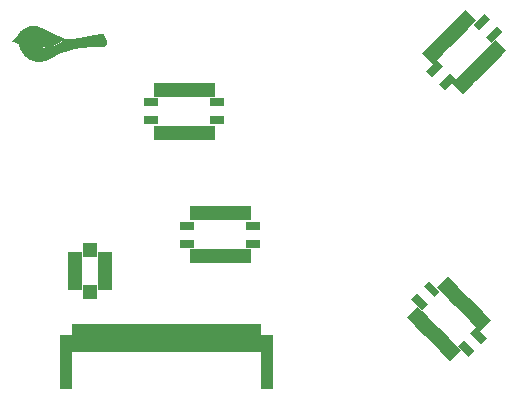
<source format=gts>
G04 #@! TF.FileFunction,Soldermask,Top*
%FSLAX46Y46*%
G04 Gerber Fmt 4.6, Leading zero omitted, Abs format (unit mm)*
G04 Created by KiCad (PCBNEW 4.0.1-stable) date Wednesday, January 27, 2016 'PMt' 03:57:36 PM*
%MOMM*%
G01*
G04 APERTURE LIST*
%ADD10C,0.100000*%
%ADD11C,0.010000*%
%ADD12R,1.000000X2.400000*%
%ADD13R,1.100000X4.600000*%
%ADD14R,0.640000X1.300000*%
%ADD15R,1.300000X0.640000*%
%ADD16R,1.300000X0.690000*%
%ADD17R,0.690000X1.300000*%
G04 APERTURE END LIST*
D10*
D11*
G36*
X133241031Y-95223103D02*
X133278866Y-95224878D01*
X133314763Y-95227950D01*
X133350412Y-95232451D01*
X133387499Y-95238512D01*
X133412537Y-95243226D01*
X133449505Y-95250873D01*
X133484770Y-95259056D01*
X133519378Y-95268108D01*
X133554376Y-95278364D01*
X133590809Y-95290156D01*
X133629722Y-95303818D01*
X133672161Y-95319684D01*
X133719173Y-95338088D01*
X133754737Y-95352406D01*
X133801958Y-95371805D01*
X133849898Y-95391943D01*
X133898959Y-95413011D01*
X133949547Y-95435199D01*
X134002066Y-95458695D01*
X134056921Y-95483689D01*
X134114514Y-95510372D01*
X134175251Y-95538932D01*
X134239536Y-95569559D01*
X134307773Y-95602442D01*
X134380365Y-95637772D01*
X134457719Y-95675737D01*
X134540236Y-95716528D01*
X134628323Y-95760333D01*
X134686085Y-95789177D01*
X134767799Y-95829964D01*
X134843732Y-95867698D01*
X134914358Y-95902596D01*
X134980149Y-95934875D01*
X135041577Y-95964752D01*
X135099115Y-95992444D01*
X135153235Y-96018167D01*
X135204409Y-96042138D01*
X135253111Y-96064575D01*
X135299811Y-96085695D01*
X135344982Y-96105714D01*
X135389097Y-96124848D01*
X135432629Y-96143316D01*
X135476049Y-96161334D01*
X135519829Y-96179119D01*
X135564443Y-96196888D01*
X135610363Y-96214857D01*
X135627542Y-96221509D01*
X135651524Y-96230793D01*
X135673788Y-96239455D01*
X135693348Y-96247109D01*
X135709219Y-96253366D01*
X135720414Y-96257840D01*
X135725784Y-96260070D01*
X135735832Y-96264573D01*
X135720698Y-96283849D01*
X135708889Y-96297902D01*
X135692920Y-96315482D01*
X135673921Y-96335449D01*
X135653023Y-96356663D01*
X135631357Y-96377986D01*
X135610055Y-96398277D01*
X135590246Y-96416397D01*
X135581681Y-96423920D01*
X135506102Y-96485039D01*
X135424352Y-96543238D01*
X135336747Y-96598375D01*
X135243601Y-96650306D01*
X135145231Y-96698886D01*
X135041952Y-96743973D01*
X134934079Y-96785422D01*
X134821928Y-96823091D01*
X134705814Y-96856835D01*
X134586054Y-96886510D01*
X134546278Y-96895281D01*
X134487253Y-96907567D01*
X134433414Y-96918013D01*
X134383205Y-96926877D01*
X134335074Y-96934413D01*
X134287469Y-96940877D01*
X134238835Y-96946526D01*
X134228778Y-96947588D01*
X134208732Y-96949185D01*
X134183512Y-96950438D01*
X134154439Y-96951348D01*
X134122833Y-96951913D01*
X134090014Y-96952134D01*
X134057303Y-96952011D01*
X134026020Y-96951543D01*
X133997485Y-96950730D01*
X133973019Y-96949572D01*
X133953941Y-96948069D01*
X133950083Y-96947629D01*
X133879587Y-96936359D01*
X133814668Y-96920777D01*
X133755314Y-96900875D01*
X133701511Y-96876642D01*
X133653246Y-96848071D01*
X133610506Y-96815152D01*
X133573275Y-96777875D01*
X133541542Y-96736233D01*
X133515292Y-96690216D01*
X133495814Y-96643556D01*
X133486564Y-96615336D01*
X133479950Y-96589790D01*
X133475611Y-96564670D01*
X133473189Y-96537726D01*
X133472323Y-96506710D01*
X133472311Y-96496690D01*
X133472506Y-96439783D01*
X133449541Y-96437430D01*
X133426577Y-96435078D01*
X133376819Y-96469010D01*
X133377261Y-96518359D01*
X133381246Y-96576590D01*
X133392027Y-96633341D01*
X133409427Y-96688195D01*
X133433267Y-96740732D01*
X133463369Y-96790536D01*
X133499554Y-96837188D01*
X133524774Y-96864155D01*
X133565410Y-96901000D01*
X133609140Y-96933371D01*
X133656472Y-96961491D01*
X133707911Y-96985584D01*
X133763966Y-97005873D01*
X133825143Y-97022584D01*
X133891948Y-97035938D01*
X133925389Y-97041113D01*
X133946455Y-97043389D01*
X133973303Y-97045185D01*
X134004675Y-97046500D01*
X134039315Y-97047334D01*
X134075966Y-97047688D01*
X134113369Y-97047562D01*
X134150269Y-97046956D01*
X134185407Y-97045870D01*
X134217526Y-97044303D01*
X134245370Y-97042257D01*
X134257000Y-97041088D01*
X134371247Y-97025915D01*
X134486379Y-97006055D01*
X134601524Y-96981770D01*
X134715809Y-96953321D01*
X134828359Y-96920969D01*
X134938303Y-96884975D01*
X135044766Y-96845600D01*
X135146876Y-96803106D01*
X135243760Y-96757754D01*
X135298608Y-96729498D01*
X135381718Y-96682751D01*
X135460658Y-96633631D01*
X135534981Y-96582487D01*
X135604241Y-96529668D01*
X135667993Y-96475522D01*
X135725791Y-96420397D01*
X135777188Y-96364643D01*
X135798880Y-96338480D01*
X135813589Y-96320572D01*
X135824647Y-96308259D01*
X135832321Y-96301267D01*
X135836878Y-96299322D01*
X135837106Y-96299373D01*
X135851682Y-96303012D01*
X135872129Y-96307139D01*
X135897296Y-96311588D01*
X135926029Y-96316193D01*
X135957174Y-96320787D01*
X135989579Y-96325204D01*
X136022091Y-96329276D01*
X136053556Y-96332837D01*
X136082821Y-96335720D01*
X136096736Y-96336893D01*
X136126996Y-96338630D01*
X136160509Y-96339311D01*
X136197721Y-96338909D01*
X136239075Y-96337398D01*
X136285017Y-96334750D01*
X136335991Y-96330938D01*
X136392441Y-96325937D01*
X136454812Y-96319719D01*
X136523548Y-96312256D01*
X136544764Y-96309853D01*
X136642696Y-96298039D01*
X136747110Y-96284253D01*
X136857726Y-96268544D01*
X136974267Y-96250962D01*
X137096454Y-96231559D01*
X137224011Y-96210386D01*
X137356657Y-96187492D01*
X137494117Y-96162928D01*
X137636110Y-96136746D01*
X137782360Y-96108995D01*
X137932588Y-96079727D01*
X138086517Y-96048991D01*
X138243867Y-96016840D01*
X138404361Y-95983322D01*
X138567721Y-95948489D01*
X138733669Y-95912392D01*
X138761972Y-95906166D01*
X138793505Y-95899268D01*
X138823573Y-95892787D01*
X138851326Y-95886899D01*
X138875913Y-95881780D01*
X138896484Y-95877607D01*
X138912186Y-95874556D01*
X138922170Y-95872804D01*
X138924250Y-95872520D01*
X138951629Y-95872603D01*
X138980597Y-95878198D01*
X139009337Y-95888640D01*
X139036032Y-95903263D01*
X139058863Y-95921400D01*
X139059577Y-95922097D01*
X139070334Y-95934458D01*
X139083559Y-95952584D01*
X139098873Y-95975782D01*
X139115898Y-96003362D01*
X139134253Y-96034633D01*
X139153562Y-96068902D01*
X139173444Y-96105479D01*
X139193521Y-96143671D01*
X139213415Y-96182789D01*
X139232747Y-96222139D01*
X139251137Y-96261031D01*
X139268208Y-96298774D01*
X139276938Y-96318888D01*
X139304418Y-96387828D01*
X139326295Y-96452753D01*
X139342564Y-96513631D01*
X139353220Y-96570428D01*
X139358258Y-96623112D01*
X139357674Y-96671650D01*
X139351462Y-96716008D01*
X139340303Y-96754355D01*
X139330721Y-96774617D01*
X139317158Y-96796530D01*
X139301359Y-96817628D01*
X139285072Y-96835441D01*
X139279089Y-96840860D01*
X139263700Y-96852771D01*
X139247081Y-96863287D01*
X139228689Y-96872518D01*
X139207978Y-96880574D01*
X139184406Y-96887565D01*
X139157427Y-96893602D01*
X139126498Y-96898794D01*
X139091074Y-96903252D01*
X139050612Y-96907086D01*
X139004567Y-96910405D01*
X138952396Y-96913321D01*
X138911903Y-96915182D01*
X138892132Y-96915961D01*
X138866304Y-96916876D01*
X138835416Y-96917897D01*
X138800464Y-96918994D01*
X138762446Y-96920137D01*
X138722357Y-96921294D01*
X138681195Y-96922437D01*
X138639956Y-96923534D01*
X138619097Y-96924070D01*
X138513132Y-96926865D01*
X138413623Y-96929728D01*
X138319971Y-96932688D01*
X138231576Y-96935774D01*
X138147840Y-96939016D01*
X138068162Y-96942444D01*
X137991944Y-96946086D01*
X137918587Y-96949972D01*
X137847491Y-96954132D01*
X137778056Y-96958595D01*
X137709683Y-96963390D01*
X137641774Y-96968548D01*
X137573729Y-96974096D01*
X137537833Y-96977168D01*
X137385425Y-96991484D01*
X137238916Y-97007501D01*
X137097314Y-97025426D01*
X136959629Y-97045462D01*
X136824869Y-97067813D01*
X136692042Y-97092686D01*
X136560156Y-97120283D01*
X136428221Y-97150811D01*
X136295244Y-97184473D01*
X136160234Y-97221474D01*
X136022199Y-97262018D01*
X135880149Y-97306311D01*
X135772181Y-97341516D01*
X135715529Y-97360415D01*
X135663101Y-97378181D01*
X135614324Y-97395079D01*
X135568627Y-97411377D01*
X135525437Y-97427340D01*
X135484184Y-97443235D01*
X135444295Y-97459327D01*
X135405199Y-97475884D01*
X135366325Y-97493170D01*
X135327099Y-97511452D01*
X135286952Y-97530997D01*
X135245310Y-97552071D01*
X135201602Y-97574939D01*
X135155257Y-97599869D01*
X135105703Y-97627125D01*
X135052368Y-97656975D01*
X134994680Y-97689684D01*
X134932068Y-97725519D01*
X134867306Y-97762815D01*
X134817113Y-97791743D01*
X134772343Y-97817450D01*
X134732339Y-97840298D01*
X134696445Y-97860648D01*
X134664006Y-97878863D01*
X134634365Y-97895303D01*
X134606866Y-97910330D01*
X134580853Y-97924307D01*
X134555670Y-97937594D01*
X134530662Y-97950554D01*
X134505172Y-97963549D01*
X134482778Y-97974820D01*
X134417461Y-98006741D01*
X134356674Y-98034702D01*
X134299369Y-98059064D01*
X134244501Y-98080188D01*
X134191022Y-98098436D01*
X134137885Y-98114169D01*
X134084043Y-98127748D01*
X134028449Y-98139537D01*
X133980975Y-98148094D01*
X133921699Y-98157475D01*
X133867114Y-98164849D01*
X133815196Y-98170377D01*
X133763926Y-98174223D01*
X133711279Y-98176550D01*
X133655234Y-98177522D01*
X133616708Y-98177509D01*
X133590120Y-98177309D01*
X133565076Y-98177051D01*
X133542670Y-98176751D01*
X133523997Y-98176426D01*
X133510149Y-98176092D01*
X133502223Y-98175767D01*
X133502056Y-98175755D01*
X133411009Y-98166740D01*
X133321200Y-98153096D01*
X133233485Y-98135042D01*
X133148718Y-98112798D01*
X133067756Y-98086583D01*
X132991455Y-98056619D01*
X132933791Y-98029817D01*
X132847957Y-97982919D01*
X132764330Y-97929377D01*
X132682988Y-97869273D01*
X132604006Y-97802690D01*
X132527461Y-97729708D01*
X132453429Y-97650411D01*
X132381985Y-97564879D01*
X132313207Y-97473196D01*
X132247171Y-97375442D01*
X132183952Y-97271701D01*
X132123627Y-97162053D01*
X132119300Y-97153746D01*
X132082293Y-97078734D01*
X132047779Y-97000989D01*
X132015400Y-96919580D01*
X131984798Y-96833574D01*
X131955612Y-96742039D01*
X131939110Y-96685758D01*
X131931543Y-96659169D01*
X131685806Y-96560044D01*
X131646329Y-96544069D01*
X131608813Y-96528791D01*
X131573766Y-96514422D01*
X131541694Y-96501173D01*
X131513102Y-96489257D01*
X131488498Y-96478887D01*
X131468388Y-96470274D01*
X131453278Y-96463630D01*
X131443674Y-96459168D01*
X131440083Y-96457101D01*
X131440069Y-96457055D01*
X131442644Y-96454178D01*
X131450115Y-96446965D01*
X131462098Y-96435762D01*
X131478213Y-96420917D01*
X131498078Y-96402776D01*
X131521310Y-96381686D01*
X131547529Y-96357994D01*
X131576351Y-96332048D01*
X131607395Y-96304193D01*
X131640280Y-96274778D01*
X131665847Y-96251966D01*
X131891625Y-96050741D01*
X131906003Y-96011022D01*
X131934338Y-95940948D01*
X131967586Y-95874045D01*
X132006152Y-95809707D01*
X132050445Y-95747324D01*
X132100870Y-95686287D01*
X132157835Y-95625990D01*
X132174224Y-95609917D01*
X132241538Y-95549739D01*
X132314130Y-95494059D01*
X132391734Y-95443010D01*
X132474086Y-95396722D01*
X132560921Y-95355330D01*
X132651974Y-95318964D01*
X132746979Y-95287758D01*
X132845671Y-95261842D01*
X132891750Y-95251834D01*
X132936147Y-95243197D01*
X132975869Y-95236427D01*
X133012979Y-95231295D01*
X133049540Y-95227572D01*
X133087614Y-95225029D01*
X133129265Y-95223439D01*
X133152806Y-95222916D01*
X133199574Y-95222493D01*
X133241031Y-95223103D01*
X133241031Y-95223103D01*
G37*
X133241031Y-95223103D02*
X133278866Y-95224878D01*
X133314763Y-95227950D01*
X133350412Y-95232451D01*
X133387499Y-95238512D01*
X133412537Y-95243226D01*
X133449505Y-95250873D01*
X133484770Y-95259056D01*
X133519378Y-95268108D01*
X133554376Y-95278364D01*
X133590809Y-95290156D01*
X133629722Y-95303818D01*
X133672161Y-95319684D01*
X133719173Y-95338088D01*
X133754737Y-95352406D01*
X133801958Y-95371805D01*
X133849898Y-95391943D01*
X133898959Y-95413011D01*
X133949547Y-95435199D01*
X134002066Y-95458695D01*
X134056921Y-95483689D01*
X134114514Y-95510372D01*
X134175251Y-95538932D01*
X134239536Y-95569559D01*
X134307773Y-95602442D01*
X134380365Y-95637772D01*
X134457719Y-95675737D01*
X134540236Y-95716528D01*
X134628323Y-95760333D01*
X134686085Y-95789177D01*
X134767799Y-95829964D01*
X134843732Y-95867698D01*
X134914358Y-95902596D01*
X134980149Y-95934875D01*
X135041577Y-95964752D01*
X135099115Y-95992444D01*
X135153235Y-96018167D01*
X135204409Y-96042138D01*
X135253111Y-96064575D01*
X135299811Y-96085695D01*
X135344982Y-96105714D01*
X135389097Y-96124848D01*
X135432629Y-96143316D01*
X135476049Y-96161334D01*
X135519829Y-96179119D01*
X135564443Y-96196888D01*
X135610363Y-96214857D01*
X135627542Y-96221509D01*
X135651524Y-96230793D01*
X135673788Y-96239455D01*
X135693348Y-96247109D01*
X135709219Y-96253366D01*
X135720414Y-96257840D01*
X135725784Y-96260070D01*
X135735832Y-96264573D01*
X135720698Y-96283849D01*
X135708889Y-96297902D01*
X135692920Y-96315482D01*
X135673921Y-96335449D01*
X135653023Y-96356663D01*
X135631357Y-96377986D01*
X135610055Y-96398277D01*
X135590246Y-96416397D01*
X135581681Y-96423920D01*
X135506102Y-96485039D01*
X135424352Y-96543238D01*
X135336747Y-96598375D01*
X135243601Y-96650306D01*
X135145231Y-96698886D01*
X135041952Y-96743973D01*
X134934079Y-96785422D01*
X134821928Y-96823091D01*
X134705814Y-96856835D01*
X134586054Y-96886510D01*
X134546278Y-96895281D01*
X134487253Y-96907567D01*
X134433414Y-96918013D01*
X134383205Y-96926877D01*
X134335074Y-96934413D01*
X134287469Y-96940877D01*
X134238835Y-96946526D01*
X134228778Y-96947588D01*
X134208732Y-96949185D01*
X134183512Y-96950438D01*
X134154439Y-96951348D01*
X134122833Y-96951913D01*
X134090014Y-96952134D01*
X134057303Y-96952011D01*
X134026020Y-96951543D01*
X133997485Y-96950730D01*
X133973019Y-96949572D01*
X133953941Y-96948069D01*
X133950083Y-96947629D01*
X133879587Y-96936359D01*
X133814668Y-96920777D01*
X133755314Y-96900875D01*
X133701511Y-96876642D01*
X133653246Y-96848071D01*
X133610506Y-96815152D01*
X133573275Y-96777875D01*
X133541542Y-96736233D01*
X133515292Y-96690216D01*
X133495814Y-96643556D01*
X133486564Y-96615336D01*
X133479950Y-96589790D01*
X133475611Y-96564670D01*
X133473189Y-96537726D01*
X133472323Y-96506710D01*
X133472311Y-96496690D01*
X133472506Y-96439783D01*
X133449541Y-96437430D01*
X133426577Y-96435078D01*
X133376819Y-96469010D01*
X133377261Y-96518359D01*
X133381246Y-96576590D01*
X133392027Y-96633341D01*
X133409427Y-96688195D01*
X133433267Y-96740732D01*
X133463369Y-96790536D01*
X133499554Y-96837188D01*
X133524774Y-96864155D01*
X133565410Y-96901000D01*
X133609140Y-96933371D01*
X133656472Y-96961491D01*
X133707911Y-96985584D01*
X133763966Y-97005873D01*
X133825143Y-97022584D01*
X133891948Y-97035938D01*
X133925389Y-97041113D01*
X133946455Y-97043389D01*
X133973303Y-97045185D01*
X134004675Y-97046500D01*
X134039315Y-97047334D01*
X134075966Y-97047688D01*
X134113369Y-97047562D01*
X134150269Y-97046956D01*
X134185407Y-97045870D01*
X134217526Y-97044303D01*
X134245370Y-97042257D01*
X134257000Y-97041088D01*
X134371247Y-97025915D01*
X134486379Y-97006055D01*
X134601524Y-96981770D01*
X134715809Y-96953321D01*
X134828359Y-96920969D01*
X134938303Y-96884975D01*
X135044766Y-96845600D01*
X135146876Y-96803106D01*
X135243760Y-96757754D01*
X135298608Y-96729498D01*
X135381718Y-96682751D01*
X135460658Y-96633631D01*
X135534981Y-96582487D01*
X135604241Y-96529668D01*
X135667993Y-96475522D01*
X135725791Y-96420397D01*
X135777188Y-96364643D01*
X135798880Y-96338480D01*
X135813589Y-96320572D01*
X135824647Y-96308259D01*
X135832321Y-96301267D01*
X135836878Y-96299322D01*
X135837106Y-96299373D01*
X135851682Y-96303012D01*
X135872129Y-96307139D01*
X135897296Y-96311588D01*
X135926029Y-96316193D01*
X135957174Y-96320787D01*
X135989579Y-96325204D01*
X136022091Y-96329276D01*
X136053556Y-96332837D01*
X136082821Y-96335720D01*
X136096736Y-96336893D01*
X136126996Y-96338630D01*
X136160509Y-96339311D01*
X136197721Y-96338909D01*
X136239075Y-96337398D01*
X136285017Y-96334750D01*
X136335991Y-96330938D01*
X136392441Y-96325937D01*
X136454812Y-96319719D01*
X136523548Y-96312256D01*
X136544764Y-96309853D01*
X136642696Y-96298039D01*
X136747110Y-96284253D01*
X136857726Y-96268544D01*
X136974267Y-96250962D01*
X137096454Y-96231559D01*
X137224011Y-96210386D01*
X137356657Y-96187492D01*
X137494117Y-96162928D01*
X137636110Y-96136746D01*
X137782360Y-96108995D01*
X137932588Y-96079727D01*
X138086517Y-96048991D01*
X138243867Y-96016840D01*
X138404361Y-95983322D01*
X138567721Y-95948489D01*
X138733669Y-95912392D01*
X138761972Y-95906166D01*
X138793505Y-95899268D01*
X138823573Y-95892787D01*
X138851326Y-95886899D01*
X138875913Y-95881780D01*
X138896484Y-95877607D01*
X138912186Y-95874556D01*
X138922170Y-95872804D01*
X138924250Y-95872520D01*
X138951629Y-95872603D01*
X138980597Y-95878198D01*
X139009337Y-95888640D01*
X139036032Y-95903263D01*
X139058863Y-95921400D01*
X139059577Y-95922097D01*
X139070334Y-95934458D01*
X139083559Y-95952584D01*
X139098873Y-95975782D01*
X139115898Y-96003362D01*
X139134253Y-96034633D01*
X139153562Y-96068902D01*
X139173444Y-96105479D01*
X139193521Y-96143671D01*
X139213415Y-96182789D01*
X139232747Y-96222139D01*
X139251137Y-96261031D01*
X139268208Y-96298774D01*
X139276938Y-96318888D01*
X139304418Y-96387828D01*
X139326295Y-96452753D01*
X139342564Y-96513631D01*
X139353220Y-96570428D01*
X139358258Y-96623112D01*
X139357674Y-96671650D01*
X139351462Y-96716008D01*
X139340303Y-96754355D01*
X139330721Y-96774617D01*
X139317158Y-96796530D01*
X139301359Y-96817628D01*
X139285072Y-96835441D01*
X139279089Y-96840860D01*
X139263700Y-96852771D01*
X139247081Y-96863287D01*
X139228689Y-96872518D01*
X139207978Y-96880574D01*
X139184406Y-96887565D01*
X139157427Y-96893602D01*
X139126498Y-96898794D01*
X139091074Y-96903252D01*
X139050612Y-96907086D01*
X139004567Y-96910405D01*
X138952396Y-96913321D01*
X138911903Y-96915182D01*
X138892132Y-96915961D01*
X138866304Y-96916876D01*
X138835416Y-96917897D01*
X138800464Y-96918994D01*
X138762446Y-96920137D01*
X138722357Y-96921294D01*
X138681195Y-96922437D01*
X138639956Y-96923534D01*
X138619097Y-96924070D01*
X138513132Y-96926865D01*
X138413623Y-96929728D01*
X138319971Y-96932688D01*
X138231576Y-96935774D01*
X138147840Y-96939016D01*
X138068162Y-96942444D01*
X137991944Y-96946086D01*
X137918587Y-96949972D01*
X137847491Y-96954132D01*
X137778056Y-96958595D01*
X137709683Y-96963390D01*
X137641774Y-96968548D01*
X137573729Y-96974096D01*
X137537833Y-96977168D01*
X137385425Y-96991484D01*
X137238916Y-97007501D01*
X137097314Y-97025426D01*
X136959629Y-97045462D01*
X136824869Y-97067813D01*
X136692042Y-97092686D01*
X136560156Y-97120283D01*
X136428221Y-97150811D01*
X136295244Y-97184473D01*
X136160234Y-97221474D01*
X136022199Y-97262018D01*
X135880149Y-97306311D01*
X135772181Y-97341516D01*
X135715529Y-97360415D01*
X135663101Y-97378181D01*
X135614324Y-97395079D01*
X135568627Y-97411377D01*
X135525437Y-97427340D01*
X135484184Y-97443235D01*
X135444295Y-97459327D01*
X135405199Y-97475884D01*
X135366325Y-97493170D01*
X135327099Y-97511452D01*
X135286952Y-97530997D01*
X135245310Y-97552071D01*
X135201602Y-97574939D01*
X135155257Y-97599869D01*
X135105703Y-97627125D01*
X135052368Y-97656975D01*
X134994680Y-97689684D01*
X134932068Y-97725519D01*
X134867306Y-97762815D01*
X134817113Y-97791743D01*
X134772343Y-97817450D01*
X134732339Y-97840298D01*
X134696445Y-97860648D01*
X134664006Y-97878863D01*
X134634365Y-97895303D01*
X134606866Y-97910330D01*
X134580853Y-97924307D01*
X134555670Y-97937594D01*
X134530662Y-97950554D01*
X134505172Y-97963549D01*
X134482778Y-97974820D01*
X134417461Y-98006741D01*
X134356674Y-98034702D01*
X134299369Y-98059064D01*
X134244501Y-98080188D01*
X134191022Y-98098436D01*
X134137885Y-98114169D01*
X134084043Y-98127748D01*
X134028449Y-98139537D01*
X133980975Y-98148094D01*
X133921699Y-98157475D01*
X133867114Y-98164849D01*
X133815196Y-98170377D01*
X133763926Y-98174223D01*
X133711279Y-98176550D01*
X133655234Y-98177522D01*
X133616708Y-98177509D01*
X133590120Y-98177309D01*
X133565076Y-98177051D01*
X133542670Y-98176751D01*
X133523997Y-98176426D01*
X133510149Y-98176092D01*
X133502223Y-98175767D01*
X133502056Y-98175755D01*
X133411009Y-98166740D01*
X133321200Y-98153096D01*
X133233485Y-98135042D01*
X133148718Y-98112798D01*
X133067756Y-98086583D01*
X132991455Y-98056619D01*
X132933791Y-98029817D01*
X132847957Y-97982919D01*
X132764330Y-97929377D01*
X132682988Y-97869273D01*
X132604006Y-97802690D01*
X132527461Y-97729708D01*
X132453429Y-97650411D01*
X132381985Y-97564879D01*
X132313207Y-97473196D01*
X132247171Y-97375442D01*
X132183952Y-97271701D01*
X132123627Y-97162053D01*
X132119300Y-97153746D01*
X132082293Y-97078734D01*
X132047779Y-97000989D01*
X132015400Y-96919580D01*
X131984798Y-96833574D01*
X131955612Y-96742039D01*
X131939110Y-96685758D01*
X131931543Y-96659169D01*
X131685806Y-96560044D01*
X131646329Y-96544069D01*
X131608813Y-96528791D01*
X131573766Y-96514422D01*
X131541694Y-96501173D01*
X131513102Y-96489257D01*
X131488498Y-96478887D01*
X131468388Y-96470274D01*
X131453278Y-96463630D01*
X131443674Y-96459168D01*
X131440083Y-96457101D01*
X131440069Y-96457055D01*
X131442644Y-96454178D01*
X131450115Y-96446965D01*
X131462098Y-96435762D01*
X131478213Y-96420917D01*
X131498078Y-96402776D01*
X131521310Y-96381686D01*
X131547529Y-96357994D01*
X131576351Y-96332048D01*
X131607395Y-96304193D01*
X131640280Y-96274778D01*
X131665847Y-96251966D01*
X131891625Y-96050741D01*
X131906003Y-96011022D01*
X131934338Y-95940948D01*
X131967586Y-95874045D01*
X132006152Y-95809707D01*
X132050445Y-95747324D01*
X132100870Y-95686287D01*
X132157835Y-95625990D01*
X132174224Y-95609917D01*
X132241538Y-95549739D01*
X132314130Y-95494059D01*
X132391734Y-95443010D01*
X132474086Y-95396722D01*
X132560921Y-95355330D01*
X132651974Y-95318964D01*
X132746979Y-95287758D01*
X132845671Y-95261842D01*
X132891750Y-95251834D01*
X132936147Y-95243197D01*
X132975869Y-95236427D01*
X133012979Y-95231295D01*
X133049540Y-95227572D01*
X133087614Y-95225029D01*
X133129265Y-95223439D01*
X133152806Y-95222916D01*
X133199574Y-95222493D01*
X133241031Y-95223103D01*
D12*
X137000000Y-121600000D03*
X138000000Y-121600000D03*
X139000000Y-121600000D03*
X140000000Y-121600000D03*
X141000000Y-121600000D03*
X142000000Y-121600000D03*
X143000000Y-121600000D03*
X144000000Y-121600000D03*
X145000000Y-121600000D03*
X146000000Y-121600000D03*
X147000000Y-121600000D03*
X148000000Y-121600000D03*
X149000000Y-121600000D03*
X150000000Y-121600000D03*
X151000000Y-121600000D03*
X152000000Y-121600000D03*
D13*
X136000000Y-123700000D03*
X153000000Y-123700000D03*
D14*
X138250000Y-117750000D03*
X138250000Y-114150000D03*
X137750000Y-114150000D03*
X137750000Y-117750000D03*
D15*
X139300000Y-117200000D03*
X139300000Y-116700000D03*
X139300000Y-116200000D03*
X139300000Y-115700000D03*
X139300000Y-115200000D03*
X139300000Y-114700000D03*
X136700000Y-114700000D03*
X136700000Y-115200000D03*
X136700000Y-115700000D03*
X136700000Y-116200000D03*
X136700000Y-116700000D03*
X136700000Y-117200000D03*
D16*
X148800000Y-101700000D03*
D17*
X148250000Y-100650000D03*
X147750000Y-100650000D03*
X147250000Y-100650000D03*
X146750000Y-100650000D03*
X146250000Y-100650000D03*
X145750000Y-100650000D03*
X145250000Y-100650000D03*
X144750000Y-100650000D03*
X144250000Y-100650000D03*
X143750000Y-100650000D03*
D16*
X143200000Y-101700000D03*
X143200000Y-103200000D03*
D17*
X143750000Y-104250000D03*
X144250000Y-104250000D03*
X144750000Y-104250000D03*
X145250000Y-104250000D03*
X145750000Y-104250000D03*
X146250000Y-104250000D03*
X146750000Y-104250000D03*
X147250000Y-104250000D03*
X147750000Y-104250000D03*
X148250000Y-104250000D03*
D16*
X148800000Y-103200000D03*
X151850000Y-112150000D03*
D17*
X151300000Y-111100000D03*
X150800000Y-111100000D03*
X150300000Y-111100000D03*
X149800000Y-111100000D03*
X149300000Y-111100000D03*
X148800000Y-111100000D03*
X148300000Y-111100000D03*
X147800000Y-111100000D03*
X147300000Y-111100000D03*
X146800000Y-111100000D03*
D16*
X146250000Y-112150000D03*
X146250000Y-113650000D03*
D17*
X146800000Y-114700000D03*
X147300000Y-114700000D03*
X147800000Y-114700000D03*
X148300000Y-114700000D03*
X148800000Y-114700000D03*
X149300000Y-114700000D03*
X149800000Y-114700000D03*
X150300000Y-114700000D03*
X150800000Y-114700000D03*
X151300000Y-114700000D03*
D16*
X151850000Y-113650000D03*
D10*
G36*
X170445998Y-95105439D02*
X171365237Y-94186200D01*
X171853140Y-94674103D01*
X170933901Y-95593342D01*
X170445998Y-95105439D01*
X170445998Y-95105439D01*
G37*
G36*
X169314627Y-94320550D02*
X169802530Y-93832647D01*
X170721769Y-94751886D01*
X170233866Y-95239789D01*
X169314627Y-94320550D01*
X169314627Y-94320550D01*
G37*
G36*
X168961074Y-94674103D02*
X169448977Y-94186200D01*
X170368216Y-95105439D01*
X169880313Y-95593342D01*
X168961074Y-94674103D01*
X168961074Y-94674103D01*
G37*
G36*
X168607520Y-95027656D02*
X169095423Y-94539753D01*
X170014662Y-95458992D01*
X169526759Y-95946895D01*
X168607520Y-95027656D01*
X168607520Y-95027656D01*
G37*
G36*
X168253967Y-95381210D02*
X168741870Y-94893307D01*
X169661109Y-95812546D01*
X169173206Y-96300449D01*
X168253967Y-95381210D01*
X168253967Y-95381210D01*
G37*
G36*
X167900413Y-95734763D02*
X168388316Y-95246860D01*
X169307555Y-96166099D01*
X168819652Y-96654002D01*
X167900413Y-95734763D01*
X167900413Y-95734763D01*
G37*
G36*
X167546860Y-96088316D02*
X168034763Y-95600413D01*
X168954002Y-96519652D01*
X168466099Y-97007555D01*
X167546860Y-96088316D01*
X167546860Y-96088316D01*
G37*
G36*
X167193307Y-96441870D02*
X167681210Y-95953967D01*
X168600449Y-96873206D01*
X168112546Y-97361109D01*
X167193307Y-96441870D01*
X167193307Y-96441870D01*
G37*
G36*
X166839753Y-96795423D02*
X167327656Y-96307520D01*
X168246895Y-97226759D01*
X167758992Y-97714662D01*
X166839753Y-96795423D01*
X166839753Y-96795423D01*
G37*
G36*
X166486200Y-97148977D02*
X166974103Y-96661074D01*
X167893342Y-97580313D01*
X167405439Y-98068216D01*
X166486200Y-97148977D01*
X166486200Y-97148977D01*
G37*
G36*
X166132647Y-97502530D02*
X166620550Y-97014627D01*
X167539789Y-97933866D01*
X167051886Y-98421769D01*
X166132647Y-97502530D01*
X166132647Y-97502530D01*
G37*
G36*
X166486200Y-99065237D02*
X167405439Y-98145998D01*
X167893342Y-98633901D01*
X166974103Y-99553140D01*
X166486200Y-99065237D01*
X166486200Y-99065237D01*
G37*
G36*
X167546860Y-100125897D02*
X168466099Y-99206658D01*
X168954002Y-99694561D01*
X168034763Y-100613800D01*
X167546860Y-100125897D01*
X167546860Y-100125897D01*
G37*
G36*
X168678231Y-100048114D02*
X169166134Y-99560211D01*
X170085373Y-100479450D01*
X169597470Y-100967353D01*
X168678231Y-100048114D01*
X168678231Y-100048114D01*
G37*
G36*
X169031784Y-99694561D02*
X169519687Y-99206658D01*
X170438926Y-100125897D01*
X169951023Y-100613800D01*
X169031784Y-99694561D01*
X169031784Y-99694561D01*
G37*
G36*
X169385338Y-99341008D02*
X169873241Y-98853105D01*
X170792480Y-99772344D01*
X170304577Y-100260247D01*
X169385338Y-99341008D01*
X169385338Y-99341008D01*
G37*
G36*
X169738891Y-98987454D02*
X170226794Y-98499551D01*
X171146033Y-99418790D01*
X170658130Y-99906693D01*
X169738891Y-98987454D01*
X169738891Y-98987454D01*
G37*
G36*
X170092445Y-98633901D02*
X170580348Y-98145998D01*
X171499587Y-99065237D01*
X171011684Y-99553140D01*
X170092445Y-98633901D01*
X170092445Y-98633901D01*
G37*
G36*
X170445998Y-98280348D02*
X170933901Y-97792445D01*
X171853140Y-98711684D01*
X171365237Y-99199587D01*
X170445998Y-98280348D01*
X170445998Y-98280348D01*
G37*
G36*
X170799551Y-97926794D02*
X171287454Y-97438891D01*
X172206693Y-98358130D01*
X171718790Y-98846033D01*
X170799551Y-97926794D01*
X170799551Y-97926794D01*
G37*
G36*
X171153105Y-97573241D02*
X171641008Y-97085338D01*
X172560247Y-98004577D01*
X172072344Y-98492480D01*
X171153105Y-97573241D01*
X171153105Y-97573241D01*
G37*
G36*
X171506658Y-97219687D02*
X171994561Y-96731784D01*
X172913800Y-97651023D01*
X172425897Y-98138926D01*
X171506658Y-97219687D01*
X171506658Y-97219687D01*
G37*
G36*
X171860211Y-96866134D02*
X172348114Y-96378231D01*
X173267353Y-97297470D01*
X172779450Y-97785373D01*
X171860211Y-96866134D01*
X171860211Y-96866134D01*
G37*
G36*
X171506658Y-96166099D02*
X172425897Y-95246860D01*
X172913800Y-95734763D01*
X171994561Y-96654002D01*
X171506658Y-96166099D01*
X171506658Y-96166099D01*
G37*
G36*
X170694561Y-120745998D02*
X171613800Y-121665237D01*
X171125897Y-122153140D01*
X170206658Y-121233901D01*
X170694561Y-120745998D01*
X170694561Y-120745998D01*
G37*
G36*
X171479450Y-119614627D02*
X171967353Y-120102530D01*
X171048114Y-121021769D01*
X170560211Y-120533866D01*
X171479450Y-119614627D01*
X171479450Y-119614627D01*
G37*
G36*
X171125897Y-119261074D02*
X171613800Y-119748977D01*
X170694561Y-120668216D01*
X170206658Y-120180313D01*
X171125897Y-119261074D01*
X171125897Y-119261074D01*
G37*
G36*
X170772344Y-118907520D02*
X171260247Y-119395423D01*
X170341008Y-120314662D01*
X169853105Y-119826759D01*
X170772344Y-118907520D01*
X170772344Y-118907520D01*
G37*
G36*
X170418790Y-118553967D02*
X170906693Y-119041870D01*
X169987454Y-119961109D01*
X169499551Y-119473206D01*
X170418790Y-118553967D01*
X170418790Y-118553967D01*
G37*
G36*
X170065237Y-118200413D02*
X170553140Y-118688316D01*
X169633901Y-119607555D01*
X169145998Y-119119652D01*
X170065237Y-118200413D01*
X170065237Y-118200413D01*
G37*
G36*
X169711684Y-117846860D02*
X170199587Y-118334763D01*
X169280348Y-119254002D01*
X168792445Y-118766099D01*
X169711684Y-117846860D01*
X169711684Y-117846860D01*
G37*
G36*
X169358130Y-117493307D02*
X169846033Y-117981210D01*
X168926794Y-118900449D01*
X168438891Y-118412546D01*
X169358130Y-117493307D01*
X169358130Y-117493307D01*
G37*
G36*
X169004577Y-117139753D02*
X169492480Y-117627656D01*
X168573241Y-118546895D01*
X168085338Y-118058992D01*
X169004577Y-117139753D01*
X169004577Y-117139753D01*
G37*
G36*
X168651023Y-116786200D02*
X169138926Y-117274103D01*
X168219687Y-118193342D01*
X167731784Y-117705439D01*
X168651023Y-116786200D01*
X168651023Y-116786200D01*
G37*
G36*
X168297470Y-116432647D02*
X168785373Y-116920550D01*
X167866134Y-117839789D01*
X167378231Y-117351886D01*
X168297470Y-116432647D01*
X168297470Y-116432647D01*
G37*
G36*
X166734763Y-116786200D02*
X167654002Y-117705439D01*
X167166099Y-118193342D01*
X166246860Y-117274103D01*
X166734763Y-116786200D01*
X166734763Y-116786200D01*
G37*
G36*
X165674103Y-117846860D02*
X166593342Y-118766099D01*
X166105439Y-119254002D01*
X165186200Y-118334763D01*
X165674103Y-117846860D01*
X165674103Y-117846860D01*
G37*
G36*
X165751886Y-118978231D02*
X166239789Y-119466134D01*
X165320550Y-120385373D01*
X164832647Y-119897470D01*
X165751886Y-118978231D01*
X165751886Y-118978231D01*
G37*
G36*
X166105439Y-119331784D02*
X166593342Y-119819687D01*
X165674103Y-120738926D01*
X165186200Y-120251023D01*
X166105439Y-119331784D01*
X166105439Y-119331784D01*
G37*
G36*
X166458992Y-119685338D02*
X166946895Y-120173241D01*
X166027656Y-121092480D01*
X165539753Y-120604577D01*
X166458992Y-119685338D01*
X166458992Y-119685338D01*
G37*
G36*
X166812546Y-120038891D02*
X167300449Y-120526794D01*
X166381210Y-121446033D01*
X165893307Y-120958130D01*
X166812546Y-120038891D01*
X166812546Y-120038891D01*
G37*
G36*
X167166099Y-120392445D02*
X167654002Y-120880348D01*
X166734763Y-121799587D01*
X166246860Y-121311684D01*
X167166099Y-120392445D01*
X167166099Y-120392445D01*
G37*
G36*
X167519652Y-120745998D02*
X168007555Y-121233901D01*
X167088316Y-122153140D01*
X166600413Y-121665237D01*
X167519652Y-120745998D01*
X167519652Y-120745998D01*
G37*
G36*
X167873206Y-121099551D02*
X168361109Y-121587454D01*
X167441870Y-122506693D01*
X166953967Y-122018790D01*
X167873206Y-121099551D01*
X167873206Y-121099551D01*
G37*
G36*
X168226759Y-121453105D02*
X168714662Y-121941008D01*
X167795423Y-122860247D01*
X167307520Y-122372344D01*
X168226759Y-121453105D01*
X168226759Y-121453105D01*
G37*
G36*
X168580313Y-121806658D02*
X169068216Y-122294561D01*
X168148977Y-123213800D01*
X167661074Y-122725897D01*
X168580313Y-121806658D01*
X168580313Y-121806658D01*
G37*
G36*
X168933866Y-122160211D02*
X169421769Y-122648114D01*
X168502530Y-123567353D01*
X168014627Y-123079450D01*
X168933866Y-122160211D01*
X168933866Y-122160211D01*
G37*
G36*
X169633901Y-121806658D02*
X170553140Y-122725897D01*
X170065237Y-123213800D01*
X169145998Y-122294561D01*
X169633901Y-121806658D01*
X169633901Y-121806658D01*
G37*
M02*

</source>
